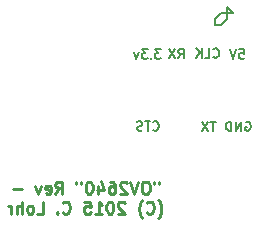
<source format=gbo>
G04 (created by PCBNEW (2013-jul-07)-stable) date Sat 18 Apr 2015 04:53:35 PM EDT*
%MOIN*%
G04 Gerber Fmt 3.4, Leading zero omitted, Abs format*
%FSLAX34Y34*%
G01*
G70*
G90*
G04 APERTURE LIST*
%ADD10C,0.00590551*%
%ADD11C,0.01*%
%ADD12C,0.00787402*%
G04 APERTURE END LIST*
G54D10*
G54D11*
X31113Y-30033D02*
X31113Y-30110D01*
X30961Y-30033D02*
X30961Y-30110D01*
X30713Y-30033D02*
X30637Y-30033D01*
X30599Y-30052D01*
X30561Y-30091D01*
X30542Y-30167D01*
X30542Y-30300D01*
X30561Y-30376D01*
X30599Y-30414D01*
X30637Y-30433D01*
X30713Y-30433D01*
X30751Y-30414D01*
X30789Y-30376D01*
X30808Y-30300D01*
X30808Y-30167D01*
X30789Y-30091D01*
X30751Y-30052D01*
X30713Y-30033D01*
X30427Y-30033D02*
X30294Y-30433D01*
X30161Y-30033D01*
X30046Y-30072D02*
X30027Y-30052D01*
X29989Y-30033D01*
X29894Y-30033D01*
X29856Y-30052D01*
X29837Y-30072D01*
X29818Y-30110D01*
X29818Y-30148D01*
X29837Y-30205D01*
X30065Y-30433D01*
X29818Y-30433D01*
X29475Y-30033D02*
X29551Y-30033D01*
X29589Y-30052D01*
X29608Y-30072D01*
X29646Y-30129D01*
X29665Y-30205D01*
X29665Y-30357D01*
X29646Y-30395D01*
X29627Y-30414D01*
X29589Y-30433D01*
X29513Y-30433D01*
X29475Y-30414D01*
X29456Y-30395D01*
X29437Y-30357D01*
X29437Y-30262D01*
X29456Y-30224D01*
X29475Y-30205D01*
X29513Y-30186D01*
X29589Y-30186D01*
X29627Y-30205D01*
X29646Y-30224D01*
X29665Y-30262D01*
X29094Y-30167D02*
X29094Y-30433D01*
X29189Y-30014D02*
X29285Y-30300D01*
X29037Y-30300D01*
X28808Y-30033D02*
X28770Y-30033D01*
X28732Y-30052D01*
X28713Y-30072D01*
X28694Y-30110D01*
X28675Y-30186D01*
X28675Y-30281D01*
X28694Y-30357D01*
X28713Y-30395D01*
X28732Y-30414D01*
X28770Y-30433D01*
X28808Y-30433D01*
X28846Y-30414D01*
X28865Y-30395D01*
X28885Y-30357D01*
X28904Y-30281D01*
X28904Y-30186D01*
X28885Y-30110D01*
X28865Y-30072D01*
X28846Y-30052D01*
X28808Y-30033D01*
X28523Y-30033D02*
X28523Y-30110D01*
X28370Y-30033D02*
X28370Y-30110D01*
X27666Y-30433D02*
X27799Y-30243D01*
X27894Y-30433D02*
X27894Y-30033D01*
X27742Y-30033D01*
X27704Y-30052D01*
X27685Y-30072D01*
X27666Y-30110D01*
X27666Y-30167D01*
X27685Y-30205D01*
X27704Y-30224D01*
X27742Y-30243D01*
X27894Y-30243D01*
X27342Y-30414D02*
X27380Y-30433D01*
X27456Y-30433D01*
X27494Y-30414D01*
X27513Y-30376D01*
X27513Y-30224D01*
X27494Y-30186D01*
X27456Y-30167D01*
X27380Y-30167D01*
X27342Y-30186D01*
X27323Y-30224D01*
X27323Y-30262D01*
X27513Y-30300D01*
X27189Y-30167D02*
X27094Y-30433D01*
X26999Y-30167D01*
X26542Y-30281D02*
X26237Y-30281D01*
X31085Y-31246D02*
X31104Y-31227D01*
X31142Y-31170D01*
X31161Y-31132D01*
X31180Y-31074D01*
X31199Y-30979D01*
X31199Y-30903D01*
X31180Y-30808D01*
X31161Y-30751D01*
X31142Y-30712D01*
X31104Y-30655D01*
X31085Y-30636D01*
X30704Y-31055D02*
X30723Y-31074D01*
X30780Y-31093D01*
X30818Y-31093D01*
X30875Y-31074D01*
X30913Y-31036D01*
X30932Y-30998D01*
X30951Y-30922D01*
X30951Y-30865D01*
X30932Y-30789D01*
X30913Y-30751D01*
X30875Y-30712D01*
X30818Y-30693D01*
X30780Y-30693D01*
X30723Y-30712D01*
X30704Y-30732D01*
X30570Y-31246D02*
X30551Y-31227D01*
X30513Y-31170D01*
X30494Y-31132D01*
X30475Y-31074D01*
X30456Y-30979D01*
X30456Y-30903D01*
X30475Y-30808D01*
X30494Y-30751D01*
X30513Y-30712D01*
X30551Y-30655D01*
X30570Y-30636D01*
X29980Y-30732D02*
X29961Y-30712D01*
X29923Y-30693D01*
X29827Y-30693D01*
X29789Y-30712D01*
X29770Y-30732D01*
X29751Y-30770D01*
X29751Y-30808D01*
X29770Y-30865D01*
X29999Y-31093D01*
X29751Y-31093D01*
X29504Y-30693D02*
X29466Y-30693D01*
X29427Y-30712D01*
X29408Y-30732D01*
X29389Y-30770D01*
X29370Y-30846D01*
X29370Y-30941D01*
X29389Y-31017D01*
X29408Y-31055D01*
X29427Y-31074D01*
X29466Y-31093D01*
X29504Y-31093D01*
X29542Y-31074D01*
X29561Y-31055D01*
X29580Y-31017D01*
X29599Y-30941D01*
X29599Y-30846D01*
X29580Y-30770D01*
X29561Y-30732D01*
X29542Y-30712D01*
X29504Y-30693D01*
X28989Y-31093D02*
X29218Y-31093D01*
X29104Y-31093D02*
X29104Y-30693D01*
X29142Y-30751D01*
X29180Y-30789D01*
X29218Y-30808D01*
X28627Y-30693D02*
X28818Y-30693D01*
X28837Y-30884D01*
X28818Y-30865D01*
X28780Y-30846D01*
X28685Y-30846D01*
X28646Y-30865D01*
X28627Y-30884D01*
X28608Y-30922D01*
X28608Y-31017D01*
X28627Y-31055D01*
X28646Y-31074D01*
X28685Y-31093D01*
X28780Y-31093D01*
X28818Y-31074D01*
X28837Y-31055D01*
X27904Y-31055D02*
X27923Y-31074D01*
X27980Y-31093D01*
X28018Y-31093D01*
X28075Y-31074D01*
X28113Y-31036D01*
X28132Y-30998D01*
X28151Y-30922D01*
X28151Y-30865D01*
X28132Y-30789D01*
X28113Y-30751D01*
X28075Y-30712D01*
X28018Y-30693D01*
X27980Y-30693D01*
X27923Y-30712D01*
X27904Y-30732D01*
X27732Y-31055D02*
X27713Y-31074D01*
X27732Y-31093D01*
X27751Y-31074D01*
X27732Y-31055D01*
X27732Y-31093D01*
X27046Y-31093D02*
X27237Y-31093D01*
X27237Y-30693D01*
X26856Y-31093D02*
X26894Y-31074D01*
X26913Y-31055D01*
X26932Y-31017D01*
X26932Y-30903D01*
X26913Y-30865D01*
X26894Y-30846D01*
X26856Y-30827D01*
X26799Y-30827D01*
X26761Y-30846D01*
X26742Y-30865D01*
X26723Y-30903D01*
X26723Y-31017D01*
X26742Y-31055D01*
X26761Y-31074D01*
X26799Y-31093D01*
X26856Y-31093D01*
X26551Y-31093D02*
X26551Y-30693D01*
X26380Y-31093D02*
X26380Y-30884D01*
X26399Y-30846D01*
X26437Y-30827D01*
X26494Y-30827D01*
X26532Y-30846D01*
X26551Y-30865D01*
X26189Y-31093D02*
X26189Y-30827D01*
X26189Y-30903D02*
X26170Y-30865D01*
X26151Y-30846D01*
X26113Y-30827D01*
X26075Y-30827D01*
G54D12*
X33200Y-24800D02*
X33400Y-24600D01*
X33000Y-24800D02*
X33200Y-24800D01*
X33000Y-24600D02*
X33000Y-24800D01*
X33200Y-24400D02*
X33000Y-24600D01*
X33400Y-24400D02*
X33200Y-24400D01*
X33400Y-24400D02*
X33400Y-24200D01*
X33400Y-24400D02*
X33600Y-24400D01*
X33400Y-24600D02*
X33400Y-24400D01*
X33200Y-24800D02*
X33400Y-24600D01*
X33600Y-24400D02*
X33400Y-24200D01*
G54D10*
X31179Y-25617D02*
X30987Y-25617D01*
X31091Y-25735D01*
X31047Y-25735D01*
X31017Y-25750D01*
X31002Y-25765D01*
X30987Y-25794D01*
X30987Y-25868D01*
X31002Y-25897D01*
X31017Y-25912D01*
X31047Y-25927D01*
X31135Y-25927D01*
X31165Y-25912D01*
X31179Y-25897D01*
X30855Y-25897D02*
X30840Y-25912D01*
X30855Y-25927D01*
X30869Y-25912D01*
X30855Y-25897D01*
X30855Y-25927D01*
X30737Y-25617D02*
X30545Y-25617D01*
X30648Y-25735D01*
X30604Y-25735D01*
X30574Y-25750D01*
X30559Y-25765D01*
X30545Y-25794D01*
X30545Y-25868D01*
X30559Y-25897D01*
X30574Y-25912D01*
X30604Y-25927D01*
X30692Y-25927D01*
X30722Y-25912D01*
X30737Y-25897D01*
X30441Y-25720D02*
X30367Y-25927D01*
X30294Y-25720D01*
X30920Y-28298D02*
X30935Y-28313D01*
X30979Y-28328D01*
X31009Y-28328D01*
X31053Y-28313D01*
X31083Y-28284D01*
X31097Y-28254D01*
X31112Y-28195D01*
X31112Y-28151D01*
X31097Y-28092D01*
X31083Y-28062D01*
X31053Y-28033D01*
X31009Y-28018D01*
X30979Y-28018D01*
X30935Y-28033D01*
X30920Y-28048D01*
X30832Y-28018D02*
X30655Y-28018D01*
X30743Y-28328D02*
X30743Y-28018D01*
X30566Y-28313D02*
X30522Y-28328D01*
X30448Y-28328D01*
X30418Y-28313D01*
X30404Y-28298D01*
X30389Y-28269D01*
X30389Y-28239D01*
X30404Y-28210D01*
X30418Y-28195D01*
X30448Y-28180D01*
X30507Y-28166D01*
X30536Y-28151D01*
X30551Y-28136D01*
X30566Y-28107D01*
X30566Y-28077D01*
X30551Y-28048D01*
X30536Y-28033D01*
X30507Y-28018D01*
X30433Y-28018D01*
X30389Y-28033D01*
X31761Y-25906D02*
X31865Y-25758D01*
X31938Y-25906D02*
X31938Y-25596D01*
X31820Y-25596D01*
X31791Y-25611D01*
X31776Y-25626D01*
X31761Y-25655D01*
X31761Y-25699D01*
X31776Y-25729D01*
X31791Y-25744D01*
X31820Y-25758D01*
X31938Y-25758D01*
X31658Y-25596D02*
X31451Y-25906D01*
X31451Y-25596D02*
X31658Y-25906D01*
X33010Y-28025D02*
X32833Y-28025D01*
X32921Y-28335D02*
X32921Y-28025D01*
X32759Y-28025D02*
X32552Y-28335D01*
X32552Y-28025D02*
X32759Y-28335D01*
X32930Y-25869D02*
X32945Y-25884D01*
X32989Y-25899D01*
X33019Y-25899D01*
X33063Y-25884D01*
X33092Y-25855D01*
X33107Y-25825D01*
X33122Y-25766D01*
X33122Y-25722D01*
X33107Y-25663D01*
X33092Y-25633D01*
X33063Y-25604D01*
X33019Y-25589D01*
X32989Y-25589D01*
X32945Y-25604D01*
X32930Y-25619D01*
X32650Y-25899D02*
X32797Y-25899D01*
X32797Y-25589D01*
X32546Y-25899D02*
X32546Y-25589D01*
X32369Y-25899D02*
X32502Y-25722D01*
X32369Y-25589D02*
X32546Y-25766D01*
X34004Y-28040D02*
X34033Y-28025D01*
X34077Y-28025D01*
X34122Y-28040D01*
X34151Y-28069D01*
X34166Y-28099D01*
X34181Y-28158D01*
X34181Y-28202D01*
X34166Y-28261D01*
X34151Y-28291D01*
X34122Y-28320D01*
X34077Y-28335D01*
X34048Y-28335D01*
X34004Y-28320D01*
X33989Y-28305D01*
X33989Y-28202D01*
X34048Y-28202D01*
X33856Y-28335D02*
X33856Y-28025D01*
X33679Y-28335D01*
X33679Y-28025D01*
X33531Y-28335D02*
X33531Y-28025D01*
X33458Y-28025D01*
X33413Y-28040D01*
X33384Y-28069D01*
X33369Y-28099D01*
X33354Y-28158D01*
X33354Y-28202D01*
X33369Y-28261D01*
X33384Y-28291D01*
X33413Y-28320D01*
X33458Y-28335D01*
X33531Y-28335D01*
X33799Y-25617D02*
X33946Y-25617D01*
X33961Y-25765D01*
X33946Y-25750D01*
X33917Y-25735D01*
X33843Y-25735D01*
X33813Y-25750D01*
X33799Y-25765D01*
X33784Y-25794D01*
X33784Y-25868D01*
X33799Y-25897D01*
X33813Y-25912D01*
X33843Y-25927D01*
X33917Y-25927D01*
X33946Y-25912D01*
X33961Y-25897D01*
X33695Y-25617D02*
X33592Y-25927D01*
X33489Y-25617D01*
M02*

</source>
